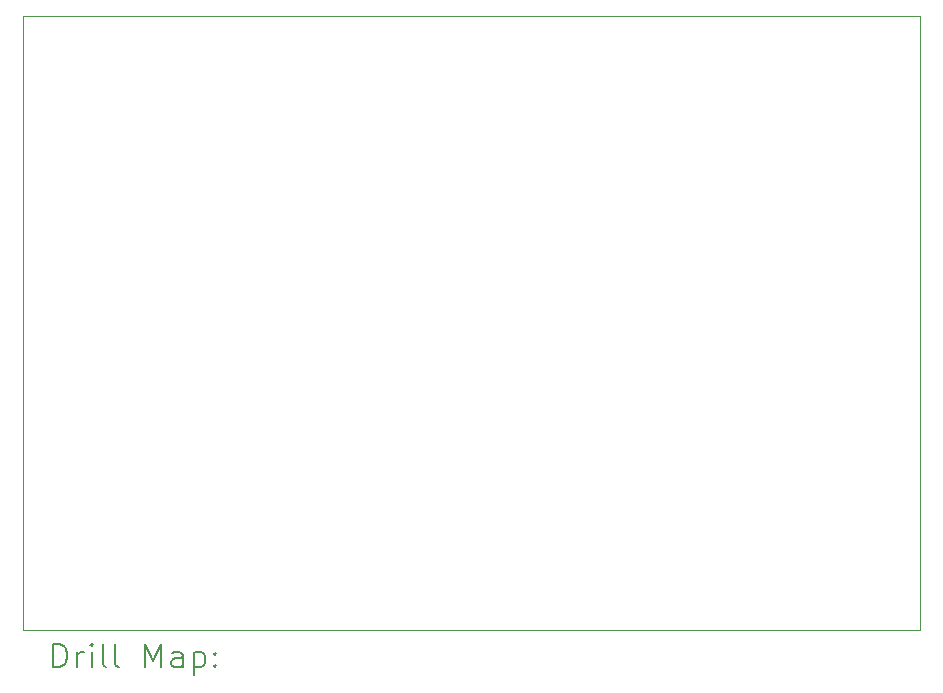
<source format=gbr>
%TF.GenerationSoftware,KiCad,Pcbnew,9.0.6*%
%TF.CreationDate,2025-12-25T14:27:43+05:30*%
%TF.ProjectId,new_first_pcb,6e65775f-6669-4727-9374-5f7063622e6b,rev?*%
%TF.SameCoordinates,Original*%
%TF.FileFunction,Drillmap*%
%TF.FilePolarity,Positive*%
%FSLAX45Y45*%
G04 Gerber Fmt 4.5, Leading zero omitted, Abs format (unit mm)*
G04 Created by KiCad (PCBNEW 9.0.6) date 2025-12-25 14:27:43*
%MOMM*%
%LPD*%
G01*
G04 APERTURE LIST*
%ADD10C,0.038100*%
%ADD11C,0.200000*%
G04 APERTURE END LIST*
D10*
X8500000Y-13300000D02*
X16100000Y-13300000D01*
X16100000Y-8100000D02*
X8500000Y-8100000D01*
X8500000Y-8100000D02*
X8500000Y-13300000D01*
X16100000Y-13300000D02*
X16100000Y-8100000D01*
D11*
X8758872Y-13613389D02*
X8758872Y-13413389D01*
X8758872Y-13413389D02*
X8806491Y-13413389D01*
X8806491Y-13413389D02*
X8835062Y-13422913D01*
X8835062Y-13422913D02*
X8854110Y-13441960D01*
X8854110Y-13441960D02*
X8863634Y-13461008D01*
X8863634Y-13461008D02*
X8873158Y-13499103D01*
X8873158Y-13499103D02*
X8873158Y-13527674D01*
X8873158Y-13527674D02*
X8863634Y-13565770D01*
X8863634Y-13565770D02*
X8854110Y-13584817D01*
X8854110Y-13584817D02*
X8835062Y-13603865D01*
X8835062Y-13603865D02*
X8806491Y-13613389D01*
X8806491Y-13613389D02*
X8758872Y-13613389D01*
X8958872Y-13613389D02*
X8958872Y-13480055D01*
X8958872Y-13518151D02*
X8968396Y-13499103D01*
X8968396Y-13499103D02*
X8977919Y-13489579D01*
X8977919Y-13489579D02*
X8996967Y-13480055D01*
X8996967Y-13480055D02*
X9016015Y-13480055D01*
X9082681Y-13613389D02*
X9082681Y-13480055D01*
X9082681Y-13413389D02*
X9073158Y-13422913D01*
X9073158Y-13422913D02*
X9082681Y-13432436D01*
X9082681Y-13432436D02*
X9092205Y-13422913D01*
X9092205Y-13422913D02*
X9082681Y-13413389D01*
X9082681Y-13413389D02*
X9082681Y-13432436D01*
X9206491Y-13613389D02*
X9187443Y-13603865D01*
X9187443Y-13603865D02*
X9177919Y-13584817D01*
X9177919Y-13584817D02*
X9177919Y-13413389D01*
X9311253Y-13613389D02*
X9292205Y-13603865D01*
X9292205Y-13603865D02*
X9282681Y-13584817D01*
X9282681Y-13584817D02*
X9282681Y-13413389D01*
X9539824Y-13613389D02*
X9539824Y-13413389D01*
X9539824Y-13413389D02*
X9606491Y-13556246D01*
X9606491Y-13556246D02*
X9673158Y-13413389D01*
X9673158Y-13413389D02*
X9673158Y-13613389D01*
X9854110Y-13613389D02*
X9854110Y-13508627D01*
X9854110Y-13508627D02*
X9844586Y-13489579D01*
X9844586Y-13489579D02*
X9825539Y-13480055D01*
X9825539Y-13480055D02*
X9787443Y-13480055D01*
X9787443Y-13480055D02*
X9768396Y-13489579D01*
X9854110Y-13603865D02*
X9835062Y-13613389D01*
X9835062Y-13613389D02*
X9787443Y-13613389D01*
X9787443Y-13613389D02*
X9768396Y-13603865D01*
X9768396Y-13603865D02*
X9758872Y-13584817D01*
X9758872Y-13584817D02*
X9758872Y-13565770D01*
X9758872Y-13565770D02*
X9768396Y-13546722D01*
X9768396Y-13546722D02*
X9787443Y-13537198D01*
X9787443Y-13537198D02*
X9835062Y-13537198D01*
X9835062Y-13537198D02*
X9854110Y-13527674D01*
X9949348Y-13480055D02*
X9949348Y-13680055D01*
X9949348Y-13489579D02*
X9968396Y-13480055D01*
X9968396Y-13480055D02*
X10006491Y-13480055D01*
X10006491Y-13480055D02*
X10025539Y-13489579D01*
X10025539Y-13489579D02*
X10035062Y-13499103D01*
X10035062Y-13499103D02*
X10044586Y-13518151D01*
X10044586Y-13518151D02*
X10044586Y-13575293D01*
X10044586Y-13575293D02*
X10035062Y-13594341D01*
X10035062Y-13594341D02*
X10025539Y-13603865D01*
X10025539Y-13603865D02*
X10006491Y-13613389D01*
X10006491Y-13613389D02*
X9968396Y-13613389D01*
X9968396Y-13613389D02*
X9949348Y-13603865D01*
X10130300Y-13594341D02*
X10139824Y-13603865D01*
X10139824Y-13603865D02*
X10130300Y-13613389D01*
X10130300Y-13613389D02*
X10120777Y-13603865D01*
X10120777Y-13603865D02*
X10130300Y-13594341D01*
X10130300Y-13594341D02*
X10130300Y-13613389D01*
X10130300Y-13489579D02*
X10139824Y-13499103D01*
X10139824Y-13499103D02*
X10130300Y-13508627D01*
X10130300Y-13508627D02*
X10120777Y-13499103D01*
X10120777Y-13499103D02*
X10130300Y-13489579D01*
X10130300Y-13489579D02*
X10130300Y-13508627D01*
M02*

</source>
